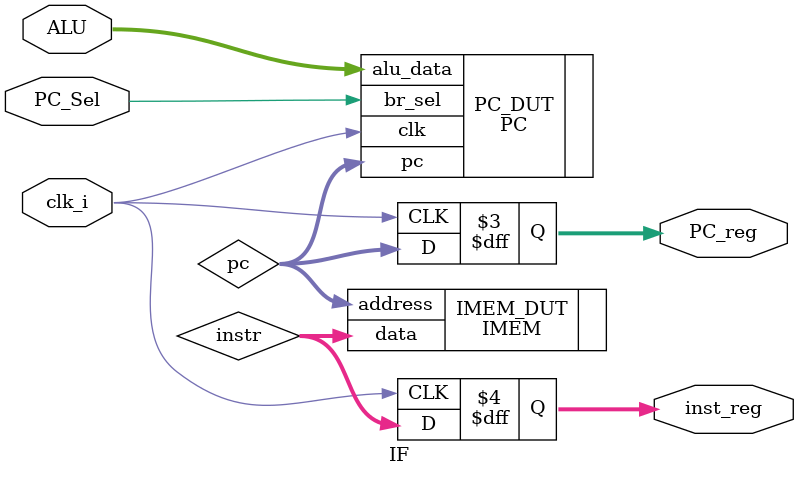
<source format=sv>
module IF (
	input 				  clk_i,
	
	//Signal from Control Unit  
	input  logic 		  PC_Sel,
	
	//Signal from ALUOut reg
	input  logic [31:0] ALU,
	
	//Output to reg
	output logic [31:0] PC_reg,
	output logic [31:0] inst_reg
);

//PC
logic [31:0] pc;

//IMEM
logic [31:0] instr;
logic unused;
assign unused = |instr[1:0];

PC	PC_DUT (
	.clk 		(clk_i)	,
	.br_sel 	(PC_Sel) , 
	.alu_data(ALU)    ,
	.pc 		(pc)
);

IMEM IMEM_DUT (
	.address	(pc),
	.data		(instr)
);

always_ff @(posedge clk_i) begin
	PC_reg 	<= pc;
	inst_reg <= instr;
end

endmodule

</source>
